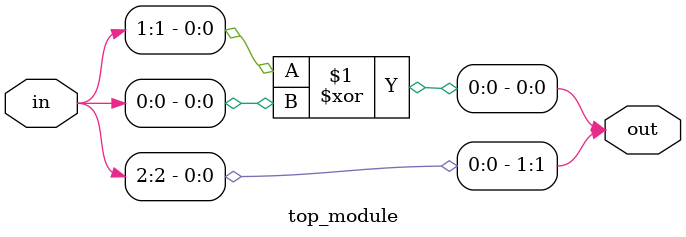
<source format=sv>
module top_module (
    input [2:0] in,
    output [1:0] out
);

    assign out = {{1'b0, in[2]}, in[1] ^ in[0]};

endmodule

</source>
